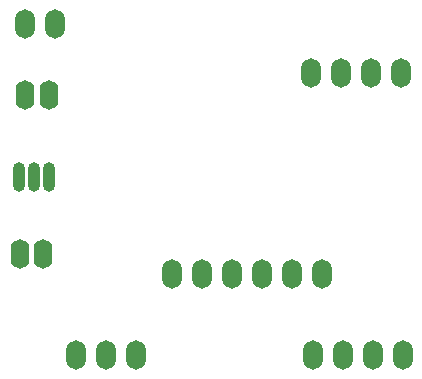
<source format=gbr>
%TF.GenerationSoftware,KiCad,Pcbnew,(5.1.9)-1*%
%TF.CreationDate,2021-03-21T11:51:10-04:00*%
%TF.ProjectId,viparTester,76697061-7254-4657-9374-65722e6b6963,rev?*%
%TF.SameCoordinates,Original*%
%TF.FileFunction,Soldermask,Bot*%
%TF.FilePolarity,Negative*%
%FSLAX46Y46*%
G04 Gerber Fmt 4.6, Leading zero omitted, Abs format (unit mm)*
G04 Created by KiCad (PCBNEW (5.1.9)-1) date 2021-03-21 11:51:10*
%MOMM*%
%LPD*%
G01*
G04 APERTURE LIST*
%ADD10O,1.050000X2.500000*%
%ADD11O,1.700000X2.500000*%
%ADD12O,1.600000X2.500000*%
G04 APERTURE END LIST*
D10*
%TO.C,U1*%
X115230000Y-107000000D03*
X113960000Y-107000000D03*
X116500000Y-107000000D03*
%TD*%
D11*
%TO.C,J1*%
X123825000Y-122047000D03*
X121285000Y-122047000D03*
X118745000Y-122047000D03*
%TD*%
%TO.C,J2*%
X138684000Y-98171000D03*
X141224000Y-98171000D03*
X143764000Y-98171000D03*
X146304000Y-98171000D03*
%TD*%
%TO.C,J3*%
X117000000Y-94000000D03*
X114460000Y-94000000D03*
%TD*%
%TO.C,J4*%
X138811000Y-122047000D03*
X141351000Y-122047000D03*
X143891000Y-122047000D03*
X146431000Y-122047000D03*
%TD*%
%TO.C,J5*%
X126873000Y-115189000D03*
X129413000Y-115189000D03*
X131953000Y-115189000D03*
X134493000Y-115189000D03*
X137033000Y-115189000D03*
X139573000Y-115189000D03*
%TD*%
D12*
%TO.C,C1*%
X114500000Y-100000000D03*
X116500000Y-100000000D03*
%TD*%
%TO.C,C2*%
X114000000Y-113500000D03*
X116000000Y-113500000D03*
%TD*%
M02*

</source>
